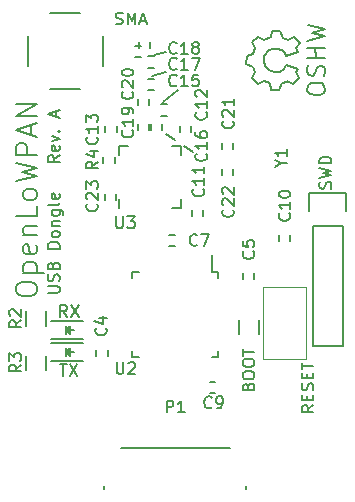
<source format=gto>
G04 #@! TF.GenerationSoftware,KiCad,Pcbnew,(2017-05-16 revision e79f97860)-master*
G04 #@! TF.CreationDate,2017-05-17T23:36:55+07:00*
G04 #@! TF.ProjectId,dongle,646F6E676C652E6B696361645F706362,rev?*
G04 #@! TF.FileFunction,Legend,Top*
G04 #@! TF.FilePolarity,Positive*
%FSLAX46Y46*%
G04 Gerber Fmt 4.6, Leading zero omitted, Abs format (unit mm)*
G04 Created by KiCad (PCBNEW (2017-05-16 revision e79f97860)-master) date Wed May 17 23:36:55 2017*
%MOMM*%
%LPD*%
G01*
G04 APERTURE LIST*
%ADD10C,0.100000*%
%ADD11C,0.150000*%
%ADD12C,0.200000*%
%ADD13C,0.120000*%
G04 APERTURE END LIST*
D10*
D11*
X88202380Y-88547619D02*
X87726190Y-88880952D01*
X88202380Y-89119047D02*
X87202380Y-89119047D01*
X87202380Y-88738095D01*
X87250000Y-88642857D01*
X87297619Y-88595238D01*
X87392857Y-88547619D01*
X87535714Y-88547619D01*
X87630952Y-88595238D01*
X87678571Y-88642857D01*
X87726190Y-88738095D01*
X87726190Y-89119047D01*
X88154761Y-87738095D02*
X88202380Y-87833333D01*
X88202380Y-88023809D01*
X88154761Y-88119047D01*
X88059523Y-88166666D01*
X87678571Y-88166666D01*
X87583333Y-88119047D01*
X87535714Y-88023809D01*
X87535714Y-87833333D01*
X87583333Y-87738095D01*
X87678571Y-87690476D01*
X87773809Y-87690476D01*
X87869047Y-88166666D01*
X87535714Y-87357142D02*
X88202380Y-87119047D01*
X87535714Y-86880952D01*
X88107142Y-86500000D02*
X88154761Y-86452380D01*
X88202380Y-86500000D01*
X88154761Y-86547619D01*
X88107142Y-86500000D01*
X88202380Y-86500000D01*
X87916666Y-85309523D02*
X87916666Y-84833333D01*
X88202380Y-85404761D02*
X87202380Y-85071428D01*
X88202380Y-84738095D01*
X87202380Y-100190476D02*
X88011904Y-100190476D01*
X88107142Y-100142857D01*
X88154761Y-100095238D01*
X88202380Y-100000000D01*
X88202380Y-99809523D01*
X88154761Y-99714285D01*
X88107142Y-99666666D01*
X88011904Y-99619047D01*
X87202380Y-99619047D01*
X88154761Y-99190476D02*
X88202380Y-99047619D01*
X88202380Y-98809523D01*
X88154761Y-98714285D01*
X88107142Y-98666666D01*
X88011904Y-98619047D01*
X87916666Y-98619047D01*
X87821428Y-98666666D01*
X87773809Y-98714285D01*
X87726190Y-98809523D01*
X87678571Y-99000000D01*
X87630952Y-99095238D01*
X87583333Y-99142857D01*
X87488095Y-99190476D01*
X87392857Y-99190476D01*
X87297619Y-99142857D01*
X87250000Y-99095238D01*
X87202380Y-99000000D01*
X87202380Y-98761904D01*
X87250000Y-98619047D01*
X87678571Y-97857142D02*
X87726190Y-97714285D01*
X87773809Y-97666666D01*
X87869047Y-97619047D01*
X88011904Y-97619047D01*
X88107142Y-97666666D01*
X88154761Y-97714285D01*
X88202380Y-97809523D01*
X88202380Y-98190476D01*
X87202380Y-98190476D01*
X87202380Y-97857142D01*
X87250000Y-97761904D01*
X87297619Y-97714285D01*
X87392857Y-97666666D01*
X87488095Y-97666666D01*
X87583333Y-97714285D01*
X87630952Y-97761904D01*
X87678571Y-97857142D01*
X87678571Y-98190476D01*
X88202380Y-96428571D02*
X87202380Y-96428571D01*
X87202380Y-96190476D01*
X87250000Y-96047619D01*
X87345238Y-95952380D01*
X87440476Y-95904761D01*
X87630952Y-95857142D01*
X87773809Y-95857142D01*
X87964285Y-95904761D01*
X88059523Y-95952380D01*
X88154761Y-96047619D01*
X88202380Y-96190476D01*
X88202380Y-96428571D01*
X88202380Y-95285714D02*
X88154761Y-95380952D01*
X88107142Y-95428571D01*
X88011904Y-95476190D01*
X87726190Y-95476190D01*
X87630952Y-95428571D01*
X87583333Y-95380952D01*
X87535714Y-95285714D01*
X87535714Y-95142857D01*
X87583333Y-95047619D01*
X87630952Y-95000000D01*
X87726190Y-94952380D01*
X88011904Y-94952380D01*
X88107142Y-95000000D01*
X88154761Y-95047619D01*
X88202380Y-95142857D01*
X88202380Y-95285714D01*
X87535714Y-94523809D02*
X88202380Y-94523809D01*
X87630952Y-94523809D02*
X87583333Y-94476190D01*
X87535714Y-94380952D01*
X87535714Y-94238095D01*
X87583333Y-94142857D01*
X87678571Y-94095238D01*
X88202380Y-94095238D01*
X87535714Y-93190476D02*
X88345238Y-93190476D01*
X88440476Y-93238095D01*
X88488095Y-93285714D01*
X88535714Y-93380952D01*
X88535714Y-93523809D01*
X88488095Y-93619047D01*
X88154761Y-93190476D02*
X88202380Y-93285714D01*
X88202380Y-93476190D01*
X88154761Y-93571428D01*
X88107142Y-93619047D01*
X88011904Y-93666666D01*
X87726190Y-93666666D01*
X87630952Y-93619047D01*
X87583333Y-93571428D01*
X87535714Y-93476190D01*
X87535714Y-93285714D01*
X87583333Y-93190476D01*
X88202380Y-92571428D02*
X88154761Y-92666666D01*
X88059523Y-92714285D01*
X87202380Y-92714285D01*
X88154761Y-91809523D02*
X88202380Y-91904761D01*
X88202380Y-92095238D01*
X88154761Y-92190476D01*
X88059523Y-92238095D01*
X87678571Y-92238095D01*
X87583333Y-92190476D01*
X87535714Y-92095238D01*
X87535714Y-91904761D01*
X87583333Y-91809523D01*
X87678571Y-91761904D01*
X87773809Y-91761904D01*
X87869047Y-92238095D01*
X84514285Y-100007142D02*
X84514285Y-99664285D01*
X84600000Y-99492857D01*
X84771428Y-99321428D01*
X85114285Y-99235714D01*
X85714285Y-99235714D01*
X86057142Y-99321428D01*
X86228571Y-99492857D01*
X86314285Y-99664285D01*
X86314285Y-100007142D01*
X86228571Y-100178571D01*
X86057142Y-100350000D01*
X85714285Y-100435714D01*
X85114285Y-100435714D01*
X84771428Y-100350000D01*
X84600000Y-100178571D01*
X84514285Y-100007142D01*
X85114285Y-98464285D02*
X86914285Y-98464285D01*
X85200000Y-98464285D02*
X85114285Y-98292857D01*
X85114285Y-97950000D01*
X85200000Y-97778571D01*
X85285714Y-97692857D01*
X85457142Y-97607142D01*
X85971428Y-97607142D01*
X86142857Y-97692857D01*
X86228571Y-97778571D01*
X86314285Y-97950000D01*
X86314285Y-98292857D01*
X86228571Y-98464285D01*
X86228571Y-96150000D02*
X86314285Y-96321428D01*
X86314285Y-96664285D01*
X86228571Y-96835714D01*
X86057142Y-96921428D01*
X85371428Y-96921428D01*
X85200000Y-96835714D01*
X85114285Y-96664285D01*
X85114285Y-96321428D01*
X85200000Y-96150000D01*
X85371428Y-96064285D01*
X85542857Y-96064285D01*
X85714285Y-96921428D01*
X85114285Y-95292857D02*
X86314285Y-95292857D01*
X85285714Y-95292857D02*
X85200000Y-95207142D01*
X85114285Y-95035714D01*
X85114285Y-94778571D01*
X85200000Y-94607142D01*
X85371428Y-94521428D01*
X86314285Y-94521428D01*
X86314285Y-92807142D02*
X86314285Y-93664285D01*
X84514285Y-93664285D01*
X86314285Y-91950000D02*
X86228571Y-92121428D01*
X86142857Y-92207142D01*
X85971428Y-92292857D01*
X85457142Y-92292857D01*
X85285714Y-92207142D01*
X85200000Y-92121428D01*
X85114285Y-91950000D01*
X85114285Y-91692857D01*
X85200000Y-91521428D01*
X85285714Y-91435714D01*
X85457142Y-91350000D01*
X85971428Y-91350000D01*
X86142857Y-91435714D01*
X86228571Y-91521428D01*
X86314285Y-91692857D01*
X86314285Y-91950000D01*
X84514285Y-90750000D02*
X86314285Y-90321428D01*
X85028571Y-89978571D01*
X86314285Y-89635714D01*
X84514285Y-89207142D01*
X86314285Y-88521428D02*
X84514285Y-88521428D01*
X84514285Y-87835714D01*
X84600000Y-87664285D01*
X84685714Y-87578571D01*
X84857142Y-87492857D01*
X85114285Y-87492857D01*
X85285714Y-87578571D01*
X85371428Y-87664285D01*
X85457142Y-87835714D01*
X85457142Y-88521428D01*
X85800000Y-86807142D02*
X85800000Y-85950000D01*
X86314285Y-86978571D02*
X84514285Y-86378571D01*
X86314285Y-85778571D01*
X86314285Y-85178571D02*
X84514285Y-85178571D01*
X86314285Y-84150000D01*
X84514285Y-84150000D01*
D12*
X96200000Y-80000000D02*
X97250000Y-79750000D01*
X96000000Y-81800000D02*
X97250000Y-81500000D01*
X98250000Y-83000000D02*
X97000000Y-84000000D01*
X97250000Y-86750000D02*
X98000000Y-87250000D01*
X99500000Y-88250000D02*
X98750000Y-87750000D01*
D11*
X92000000Y-116800000D02*
X92000000Y-116550000D01*
X104000000Y-116800000D02*
X104000000Y-116550000D01*
X93400000Y-113300000D02*
X102600000Y-113300000D01*
X101625000Y-98375000D02*
X101100000Y-98375000D01*
X101625000Y-105625000D02*
X101100000Y-105625000D01*
X94375000Y-105625000D02*
X94900000Y-105625000D01*
X94375000Y-98375000D02*
X94900000Y-98375000D01*
X101625000Y-98375000D02*
X101625000Y-98900000D01*
X94375000Y-98375000D02*
X94375000Y-98900000D01*
X94375000Y-105625000D02*
X94375000Y-105100000D01*
X101625000Y-105625000D02*
X101625000Y-105100000D01*
X101100000Y-98375000D02*
X101100000Y-97000000D01*
X105125000Y-102500000D02*
X105125000Y-103700000D01*
X103375000Y-103700000D02*
X103375000Y-102500000D01*
X97950000Y-95275000D02*
X97450000Y-95275000D01*
X97450000Y-96225000D02*
X97950000Y-96225000D01*
X91325000Y-105000000D02*
X91325000Y-105500000D01*
X92275000Y-105500000D02*
X92275000Y-105000000D01*
X104675000Y-99000000D02*
X104675000Y-98500000D01*
X103725000Y-98500000D02*
X103725000Y-99000000D01*
X100900000Y-108675000D02*
X101400000Y-108675000D01*
X101400000Y-107725000D02*
X100900000Y-107725000D01*
X106775000Y-95250000D02*
X106775000Y-95750000D01*
X107725000Y-95750000D02*
X107725000Y-95250000D01*
X100325000Y-93650000D02*
X100325000Y-93150000D01*
X99375000Y-93150000D02*
X99375000Y-93650000D01*
X98362184Y-86095420D02*
X98362184Y-86595420D01*
X99312184Y-86595420D02*
X99312184Y-86095420D01*
X92089654Y-86095367D02*
X92089654Y-86595367D01*
X93039654Y-86595367D02*
X93039654Y-86095367D01*
X97260000Y-84225000D02*
X96760000Y-84225000D01*
X96760000Y-85175000D02*
X97260000Y-85175000D01*
X96875000Y-86390000D02*
X96875000Y-85890000D01*
X95925000Y-85890000D02*
X95925000Y-86390000D01*
X96191547Y-82061600D02*
X95691547Y-82061600D01*
X95691547Y-83011600D02*
X96191547Y-83011600D01*
X96165967Y-80156600D02*
X95665967Y-80156600D01*
X95665967Y-81106600D02*
X96165967Y-81106600D01*
X95805000Y-86390000D02*
X95805000Y-85890000D01*
X94855000Y-85890000D02*
X94855000Y-86390000D01*
X95805000Y-84260000D02*
X95805000Y-83760000D01*
X94855000Y-83760000D02*
X94855000Y-84260000D01*
X102912060Y-87993747D02*
X102912060Y-87493747D01*
X101962060Y-87493747D02*
X101962060Y-87993747D01*
X101962060Y-89703727D02*
X101962060Y-90203727D01*
X102912060Y-90203727D02*
X102912060Y-89703727D01*
X93006060Y-92311927D02*
X93006060Y-91811927D01*
X92056060Y-91811927D02*
X92056060Y-92311927D01*
X87500000Y-104050000D02*
X90200000Y-104050000D01*
X87500000Y-102550000D02*
X90200000Y-102550000D01*
X89000000Y-103450000D02*
X89000000Y-103200000D01*
X89000000Y-103200000D02*
X88850000Y-103350000D01*
X88750000Y-102950000D02*
X88750000Y-103650000D01*
X89100000Y-103300000D02*
X89450000Y-103300000D01*
X88750000Y-103300000D02*
X89100000Y-102950000D01*
X89100000Y-102950000D02*
X89100000Y-103650000D01*
X89100000Y-103650000D02*
X88750000Y-103300000D01*
X87500000Y-105950000D02*
X90200000Y-105950000D01*
X87500000Y-104450000D02*
X90200000Y-104450000D01*
X89000000Y-105350000D02*
X89000000Y-105100000D01*
X89000000Y-105100000D02*
X88850000Y-105250000D01*
X88750000Y-104850000D02*
X88750000Y-105550000D01*
X89100000Y-105200000D02*
X89450000Y-105200000D01*
X88750000Y-105200000D02*
X89100000Y-104850000D01*
X89100000Y-104850000D02*
X89100000Y-105550000D01*
X89100000Y-105550000D02*
X88750000Y-105200000D01*
X109350000Y-93270000D02*
X109350000Y-91720000D01*
X109350000Y-91720000D02*
X112450000Y-91720000D01*
X112450000Y-91720000D02*
X112450000Y-93270000D01*
X112170000Y-94540000D02*
X112170000Y-104700000D01*
X112170000Y-104700000D02*
X109630000Y-104700000D01*
X109630000Y-104700000D02*
X109630000Y-94540000D01*
X112170000Y-94540000D02*
X109630000Y-94540000D01*
X87430000Y-76510000D02*
X89970000Y-76510000D01*
X91900000Y-78440000D02*
X91900000Y-80980000D01*
X89970000Y-82910000D02*
X87430000Y-82910000D01*
X85500000Y-80980000D02*
X85500000Y-78440000D01*
X87075000Y-101750000D02*
X87075000Y-102950000D01*
X85325000Y-102950000D02*
X85325000Y-101750000D01*
X85325000Y-106700000D02*
X85325000Y-105500000D01*
X87075000Y-105500000D02*
X87075000Y-106700000D01*
X91875000Y-88650000D02*
X91875000Y-89150000D01*
X92925000Y-89150000D02*
X92925000Y-88650000D01*
X93245000Y-87765000D02*
X93995000Y-87765000D01*
X98495000Y-93015000D02*
X97745000Y-93015000D01*
X98495000Y-87765000D02*
X97745000Y-87765000D01*
X93245000Y-93015000D02*
X93245000Y-92265000D01*
X98495000Y-93015000D02*
X98495000Y-92265000D01*
X98495000Y-87765000D02*
X98495000Y-88515000D01*
X93245000Y-87765000D02*
X93245000Y-88515000D01*
X95110000Y-79255000D02*
X94610000Y-79255000D01*
X94610000Y-80205000D02*
X95110000Y-80205000D01*
X94895000Y-78930000D02*
X94895000Y-79430000D01*
X95845000Y-79430000D02*
X95845000Y-78930000D01*
X109189860Y-78831220D02*
X110660520Y-78470540D01*
X110660520Y-78470540D02*
X109598800Y-78191140D01*
X109598800Y-78191140D02*
X110670680Y-77881260D01*
X110670680Y-77881260D02*
X109220340Y-77540900D01*
X109880740Y-80251080D02*
X109870580Y-79461140D01*
X109870580Y-79461140D02*
X109880740Y-79450980D01*
X109880740Y-79450980D02*
X109870580Y-79450980D01*
X109159380Y-79410340D02*
X110701160Y-79410340D01*
X109149220Y-80299340D02*
X110718940Y-80299340D01*
X110718940Y-80299340D02*
X110708780Y-80289180D01*
X109250820Y-80850520D02*
X109169540Y-81201040D01*
X109169540Y-81201040D02*
X109159380Y-81521080D01*
X109159380Y-81521080D02*
X109360040Y-81759840D01*
X109360040Y-81759840D02*
X109629280Y-81790320D01*
X109629280Y-81790320D02*
X109870580Y-81549020D01*
X109870580Y-81549020D02*
X110000120Y-81160400D01*
X110000120Y-81160400D02*
X110160140Y-80980060D01*
X110160140Y-80980060D02*
X110459860Y-80939420D01*
X110459860Y-80939420D02*
X110680840Y-81170560D01*
X110680840Y-81170560D02*
X110708780Y-81490600D01*
X110708780Y-81490600D02*
X110599560Y-81841120D01*
X109149220Y-82879980D02*
X109169540Y-83128900D01*
X109169540Y-83128900D02*
X109410840Y-83370200D01*
X109410840Y-83370200D02*
X109901060Y-83459100D01*
X109901060Y-83459100D02*
X110249040Y-83431160D01*
X110249040Y-83431160D02*
X110569080Y-83230500D01*
X110569080Y-83230500D02*
X110691000Y-82979040D01*
X110691000Y-82979040D02*
X110619880Y-82669160D01*
X110619880Y-82669160D02*
X110439540Y-82450720D01*
X110439540Y-82450720D02*
X109979800Y-82379600D01*
X109979800Y-82379600D02*
X109570860Y-82430400D01*
X109570860Y-82430400D02*
X109288920Y-82539620D01*
X109288920Y-82539620D02*
X109159380Y-82900300D01*
X107429640Y-82280540D02*
X107990980Y-82539620D01*
X107990980Y-82539620D02*
X108509140Y-82001140D01*
X108509140Y-82001140D02*
X108239900Y-81480440D01*
X108239900Y-81480440D02*
X108399920Y-81201040D01*
X108379600Y-79760860D02*
X108189100Y-79430660D01*
X108189100Y-79430660D02*
X108519300Y-78991240D01*
X108519300Y-78991240D02*
X108029080Y-78518800D01*
X108029080Y-78518800D02*
X107549020Y-78800740D01*
X107549020Y-78800740D02*
X107079120Y-78610240D01*
X107079120Y-78610240D02*
X106891160Y-78000640D01*
X106891160Y-78000640D02*
X106210440Y-78000640D01*
X106210440Y-78000640D02*
X106070740Y-78559440D01*
X106070740Y-78559440D02*
X105499240Y-78760100D01*
X105499240Y-78760100D02*
X105029340Y-78490860D01*
X105029340Y-78490860D02*
X104518800Y-78960760D01*
X104518800Y-78960760D02*
X104780420Y-79478920D01*
X104780420Y-79478920D02*
X104579760Y-79948820D01*
X104579760Y-79948820D02*
X104038740Y-80119000D01*
X104038740Y-80119000D02*
X104020960Y-80809880D01*
X104020960Y-80809880D02*
X104569600Y-81020700D01*
X104569600Y-81020700D02*
X104739780Y-81439800D01*
X104739780Y-81439800D02*
X104470540Y-81990980D01*
X104470540Y-81990980D02*
X104998860Y-82509140D01*
X104998860Y-82509140D02*
X105539880Y-82260220D01*
X105539880Y-82260220D02*
X106019940Y-82430400D01*
X106019940Y-82430400D02*
X106119000Y-82979040D01*
X106119000Y-82979040D02*
X106820040Y-82989200D01*
X106820040Y-82989200D02*
X107020700Y-82430400D01*
X107020700Y-82430400D02*
X107419480Y-82290700D01*
X107399160Y-80149480D02*
X107249300Y-79849760D01*
X107249300Y-79849760D02*
X107051180Y-79649100D01*
X107051180Y-79649100D02*
X106649860Y-79499240D01*
X106649860Y-79499240D02*
X106251080Y-79499240D01*
X106251080Y-79499240D02*
X105900560Y-79649100D01*
X105900560Y-79649100D02*
X105550040Y-80101220D01*
X105550040Y-80101220D02*
X105499240Y-80550800D01*
X105499240Y-80550800D02*
X105600840Y-80949580D01*
X105600840Y-80949580D02*
X105948820Y-81350900D01*
X105948820Y-81350900D02*
X106400940Y-81500760D01*
X106400940Y-81500760D02*
X106898780Y-81449960D01*
X106898780Y-81449960D02*
X107201040Y-81201040D01*
X107201040Y-81201040D02*
X107399160Y-80850520D01*
X107399160Y-80850520D02*
X108399920Y-81201040D01*
X107399160Y-80149480D02*
X108399920Y-79750700D01*
D13*
X109060000Y-105810000D02*
X105440000Y-105810000D01*
X109060000Y-99690000D02*
X109060000Y-105810000D01*
X105440000Y-99690000D02*
X109060000Y-99690000D01*
X105440000Y-105810000D02*
X105440000Y-99690000D01*
D11*
X97261904Y-110307380D02*
X97261904Y-109307380D01*
X97642857Y-109307380D01*
X97738095Y-109355000D01*
X97785714Y-109402619D01*
X97833333Y-109497857D01*
X97833333Y-109640714D01*
X97785714Y-109735952D01*
X97738095Y-109783571D01*
X97642857Y-109831190D01*
X97261904Y-109831190D01*
X98785714Y-110307380D02*
X98214285Y-110307380D01*
X98500000Y-110307380D02*
X98500000Y-109307380D01*
X98404761Y-109450238D01*
X98309523Y-109545476D01*
X98214285Y-109593095D01*
X93038095Y-106052380D02*
X93038095Y-106861904D01*
X93085714Y-106957142D01*
X93133333Y-107004761D01*
X93228571Y-107052380D01*
X93419047Y-107052380D01*
X93514285Y-107004761D01*
X93561904Y-106957142D01*
X93609523Y-106861904D01*
X93609523Y-106052380D01*
X94038095Y-106147619D02*
X94085714Y-106100000D01*
X94180952Y-106052380D01*
X94419047Y-106052380D01*
X94514285Y-106100000D01*
X94561904Y-106147619D01*
X94609523Y-106242857D01*
X94609523Y-106338095D01*
X94561904Y-106480952D01*
X93990476Y-107052380D01*
X94609523Y-107052380D01*
X104178571Y-108107142D02*
X104226190Y-107964285D01*
X104273809Y-107916666D01*
X104369047Y-107869047D01*
X104511904Y-107869047D01*
X104607142Y-107916666D01*
X104654761Y-107964285D01*
X104702380Y-108059523D01*
X104702380Y-108440476D01*
X103702380Y-108440476D01*
X103702380Y-108107142D01*
X103750000Y-108011904D01*
X103797619Y-107964285D01*
X103892857Y-107916666D01*
X103988095Y-107916666D01*
X104083333Y-107964285D01*
X104130952Y-108011904D01*
X104178571Y-108107142D01*
X104178571Y-108440476D01*
X103702380Y-107250000D02*
X103702380Y-107059523D01*
X103750000Y-106964285D01*
X103845238Y-106869047D01*
X104035714Y-106821428D01*
X104369047Y-106821428D01*
X104559523Y-106869047D01*
X104654761Y-106964285D01*
X104702380Y-107059523D01*
X104702380Y-107250000D01*
X104654761Y-107345238D01*
X104559523Y-107440476D01*
X104369047Y-107488095D01*
X104035714Y-107488095D01*
X103845238Y-107440476D01*
X103750000Y-107345238D01*
X103702380Y-107250000D01*
X103702380Y-106202380D02*
X103702380Y-106011904D01*
X103750000Y-105916666D01*
X103845238Y-105821428D01*
X104035714Y-105773809D01*
X104369047Y-105773809D01*
X104559523Y-105821428D01*
X104654761Y-105916666D01*
X104702380Y-106011904D01*
X104702380Y-106202380D01*
X104654761Y-106297619D01*
X104559523Y-106392857D01*
X104369047Y-106440476D01*
X104035714Y-106440476D01*
X103845238Y-106392857D01*
X103750000Y-106297619D01*
X103702380Y-106202380D01*
X103702380Y-105488095D02*
X103702380Y-104916666D01*
X104702380Y-105202380D02*
X103702380Y-105202380D01*
X99833333Y-96107142D02*
X99785714Y-96154761D01*
X99642857Y-96202380D01*
X99547619Y-96202380D01*
X99404761Y-96154761D01*
X99309523Y-96059523D01*
X99261904Y-95964285D01*
X99214285Y-95773809D01*
X99214285Y-95630952D01*
X99261904Y-95440476D01*
X99309523Y-95345238D01*
X99404761Y-95250000D01*
X99547619Y-95202380D01*
X99642857Y-95202380D01*
X99785714Y-95250000D01*
X99833333Y-95297619D01*
X100166666Y-95202380D02*
X100833333Y-95202380D01*
X100404761Y-96202380D01*
X92107142Y-103166666D02*
X92154761Y-103214285D01*
X92202380Y-103357142D01*
X92202380Y-103452380D01*
X92154761Y-103595238D01*
X92059523Y-103690476D01*
X91964285Y-103738095D01*
X91773809Y-103785714D01*
X91630952Y-103785714D01*
X91440476Y-103738095D01*
X91345238Y-103690476D01*
X91250000Y-103595238D01*
X91202380Y-103452380D01*
X91202380Y-103357142D01*
X91250000Y-103214285D01*
X91297619Y-103166666D01*
X91535714Y-102309523D02*
X92202380Y-102309523D01*
X91154761Y-102547619D02*
X91869047Y-102785714D01*
X91869047Y-102166666D01*
X104607142Y-96666666D02*
X104654761Y-96714285D01*
X104702380Y-96857142D01*
X104702380Y-96952380D01*
X104654761Y-97095238D01*
X104559523Y-97190476D01*
X104464285Y-97238095D01*
X104273809Y-97285714D01*
X104130952Y-97285714D01*
X103940476Y-97238095D01*
X103845238Y-97190476D01*
X103750000Y-97095238D01*
X103702380Y-96952380D01*
X103702380Y-96857142D01*
X103750000Y-96714285D01*
X103797619Y-96666666D01*
X103702380Y-95761904D02*
X103702380Y-96238095D01*
X104178571Y-96285714D01*
X104130952Y-96238095D01*
X104083333Y-96142857D01*
X104083333Y-95904761D01*
X104130952Y-95809523D01*
X104178571Y-95761904D01*
X104273809Y-95714285D01*
X104511904Y-95714285D01*
X104607142Y-95761904D01*
X104654761Y-95809523D01*
X104702380Y-95904761D01*
X104702380Y-96142857D01*
X104654761Y-96238095D01*
X104607142Y-96285714D01*
X101083333Y-109857142D02*
X101035714Y-109904761D01*
X100892857Y-109952380D01*
X100797619Y-109952380D01*
X100654761Y-109904761D01*
X100559523Y-109809523D01*
X100511904Y-109714285D01*
X100464285Y-109523809D01*
X100464285Y-109380952D01*
X100511904Y-109190476D01*
X100559523Y-109095238D01*
X100654761Y-109000000D01*
X100797619Y-108952380D01*
X100892857Y-108952380D01*
X101035714Y-109000000D01*
X101083333Y-109047619D01*
X101559523Y-109952380D02*
X101750000Y-109952380D01*
X101845238Y-109904761D01*
X101892857Y-109857142D01*
X101988095Y-109714285D01*
X102035714Y-109523809D01*
X102035714Y-109142857D01*
X101988095Y-109047619D01*
X101940476Y-109000000D01*
X101845238Y-108952380D01*
X101654761Y-108952380D01*
X101559523Y-109000000D01*
X101511904Y-109047619D01*
X101464285Y-109142857D01*
X101464285Y-109380952D01*
X101511904Y-109476190D01*
X101559523Y-109523809D01*
X101654761Y-109571428D01*
X101845238Y-109571428D01*
X101940476Y-109523809D01*
X101988095Y-109476190D01*
X102035714Y-109380952D01*
X107657142Y-93442857D02*
X107704761Y-93490476D01*
X107752380Y-93633333D01*
X107752380Y-93728571D01*
X107704761Y-93871428D01*
X107609523Y-93966666D01*
X107514285Y-94014285D01*
X107323809Y-94061904D01*
X107180952Y-94061904D01*
X106990476Y-94014285D01*
X106895238Y-93966666D01*
X106800000Y-93871428D01*
X106752380Y-93728571D01*
X106752380Y-93633333D01*
X106800000Y-93490476D01*
X106847619Y-93442857D01*
X107752380Y-92490476D02*
X107752380Y-93061904D01*
X107752380Y-92776190D02*
X106752380Y-92776190D01*
X106895238Y-92871428D01*
X106990476Y-92966666D01*
X107038095Y-93061904D01*
X106752380Y-91871428D02*
X106752380Y-91776190D01*
X106800000Y-91680952D01*
X106847619Y-91633333D01*
X106942857Y-91585714D01*
X107133333Y-91538095D01*
X107371428Y-91538095D01*
X107561904Y-91585714D01*
X107657142Y-91633333D01*
X107704761Y-91680952D01*
X107752380Y-91776190D01*
X107752380Y-91871428D01*
X107704761Y-91966666D01*
X107657142Y-92014285D01*
X107561904Y-92061904D01*
X107371428Y-92109523D01*
X107133333Y-92109523D01*
X106942857Y-92061904D01*
X106847619Y-92014285D01*
X106800000Y-91966666D01*
X106752380Y-91871428D01*
X100357142Y-91392857D02*
X100404761Y-91440476D01*
X100452380Y-91583333D01*
X100452380Y-91678571D01*
X100404761Y-91821428D01*
X100309523Y-91916666D01*
X100214285Y-91964285D01*
X100023809Y-92011904D01*
X99880952Y-92011904D01*
X99690476Y-91964285D01*
X99595238Y-91916666D01*
X99500000Y-91821428D01*
X99452380Y-91678571D01*
X99452380Y-91583333D01*
X99500000Y-91440476D01*
X99547619Y-91392857D01*
X100452380Y-90440476D02*
X100452380Y-91011904D01*
X100452380Y-90726190D02*
X99452380Y-90726190D01*
X99595238Y-90821428D01*
X99690476Y-90916666D01*
X99738095Y-91011904D01*
X100452380Y-89488095D02*
X100452380Y-90059523D01*
X100452380Y-89773809D02*
X99452380Y-89773809D01*
X99595238Y-89869047D01*
X99690476Y-89964285D01*
X99738095Y-90059523D01*
X100607142Y-84892857D02*
X100654761Y-84940476D01*
X100702380Y-85083333D01*
X100702380Y-85178571D01*
X100654761Y-85321428D01*
X100559523Y-85416666D01*
X100464285Y-85464285D01*
X100273809Y-85511904D01*
X100130952Y-85511904D01*
X99940476Y-85464285D01*
X99845238Y-85416666D01*
X99750000Y-85321428D01*
X99702380Y-85178571D01*
X99702380Y-85083333D01*
X99750000Y-84940476D01*
X99797619Y-84892857D01*
X100702380Y-83940476D02*
X100702380Y-84511904D01*
X100702380Y-84226190D02*
X99702380Y-84226190D01*
X99845238Y-84321428D01*
X99940476Y-84416666D01*
X99988095Y-84511904D01*
X99797619Y-83559523D02*
X99750000Y-83511904D01*
X99702380Y-83416666D01*
X99702380Y-83178571D01*
X99750000Y-83083333D01*
X99797619Y-83035714D01*
X99892857Y-82988095D01*
X99988095Y-82988095D01*
X100130952Y-83035714D01*
X100702380Y-83607142D01*
X100702380Y-82988095D01*
X91357142Y-86988224D02*
X91404761Y-87035843D01*
X91452380Y-87178700D01*
X91452380Y-87273938D01*
X91404761Y-87416795D01*
X91309523Y-87512033D01*
X91214285Y-87559652D01*
X91023809Y-87607271D01*
X90880952Y-87607271D01*
X90690476Y-87559652D01*
X90595238Y-87512033D01*
X90500000Y-87416795D01*
X90452380Y-87273938D01*
X90452380Y-87178700D01*
X90500000Y-87035843D01*
X90547619Y-86988224D01*
X91452380Y-86035843D02*
X91452380Y-86607271D01*
X91452380Y-86321557D02*
X90452380Y-86321557D01*
X90595238Y-86416795D01*
X90690476Y-86512033D01*
X90738095Y-86607271D01*
X90452380Y-85702509D02*
X90452380Y-85083462D01*
X90833333Y-85416795D01*
X90833333Y-85273938D01*
X90880952Y-85178700D01*
X90928571Y-85131081D01*
X91023809Y-85083462D01*
X91261904Y-85083462D01*
X91357142Y-85131081D01*
X91404761Y-85178700D01*
X91452380Y-85273938D01*
X91452380Y-85559652D01*
X91404761Y-85654890D01*
X91357142Y-85702509D01*
X98107142Y-82607142D02*
X98059523Y-82654761D01*
X97916666Y-82702380D01*
X97821428Y-82702380D01*
X97678571Y-82654761D01*
X97583333Y-82559523D01*
X97535714Y-82464285D01*
X97488095Y-82273809D01*
X97488095Y-82130952D01*
X97535714Y-81940476D01*
X97583333Y-81845238D01*
X97678571Y-81750000D01*
X97821428Y-81702380D01*
X97916666Y-81702380D01*
X98059523Y-81750000D01*
X98107142Y-81797619D01*
X99059523Y-82702380D02*
X98488095Y-82702380D01*
X98773809Y-82702380D02*
X98773809Y-81702380D01*
X98678571Y-81845238D01*
X98583333Y-81940476D01*
X98488095Y-81988095D01*
X99964285Y-81702380D02*
X99488095Y-81702380D01*
X99440476Y-82178571D01*
X99488095Y-82130952D01*
X99583333Y-82083333D01*
X99821428Y-82083333D01*
X99916666Y-82130952D01*
X99964285Y-82178571D01*
X100011904Y-82273809D01*
X100011904Y-82511904D01*
X99964285Y-82607142D01*
X99916666Y-82654761D01*
X99821428Y-82702380D01*
X99583333Y-82702380D01*
X99488095Y-82654761D01*
X99440476Y-82607142D01*
X100607142Y-88392857D02*
X100654761Y-88440476D01*
X100702380Y-88583333D01*
X100702380Y-88678571D01*
X100654761Y-88821428D01*
X100559523Y-88916666D01*
X100464285Y-88964285D01*
X100273809Y-89011904D01*
X100130952Y-89011904D01*
X99940476Y-88964285D01*
X99845238Y-88916666D01*
X99750000Y-88821428D01*
X99702380Y-88678571D01*
X99702380Y-88583333D01*
X99750000Y-88440476D01*
X99797619Y-88392857D01*
X100702380Y-87440476D02*
X100702380Y-88011904D01*
X100702380Y-87726190D02*
X99702380Y-87726190D01*
X99845238Y-87821428D01*
X99940476Y-87916666D01*
X99988095Y-88011904D01*
X99702380Y-86583333D02*
X99702380Y-86773809D01*
X99750000Y-86869047D01*
X99797619Y-86916666D01*
X99940476Y-87011904D01*
X100130952Y-87059523D01*
X100511904Y-87059523D01*
X100607142Y-87011904D01*
X100654761Y-86964285D01*
X100702380Y-86869047D01*
X100702380Y-86678571D01*
X100654761Y-86583333D01*
X100607142Y-86535714D01*
X100511904Y-86488095D01*
X100273809Y-86488095D01*
X100178571Y-86535714D01*
X100130952Y-86583333D01*
X100083333Y-86678571D01*
X100083333Y-86869047D01*
X100130952Y-86964285D01*
X100178571Y-87011904D01*
X100273809Y-87059523D01*
X98107142Y-81193742D02*
X98059523Y-81241361D01*
X97916666Y-81288980D01*
X97821428Y-81288980D01*
X97678571Y-81241361D01*
X97583333Y-81146123D01*
X97535714Y-81050885D01*
X97488095Y-80860409D01*
X97488095Y-80717552D01*
X97535714Y-80527076D01*
X97583333Y-80431838D01*
X97678571Y-80336600D01*
X97821428Y-80288980D01*
X97916666Y-80288980D01*
X98059523Y-80336600D01*
X98107142Y-80384219D01*
X99059523Y-81288980D02*
X98488095Y-81288980D01*
X98773809Y-81288980D02*
X98773809Y-80288980D01*
X98678571Y-80431838D01*
X98583333Y-80527076D01*
X98488095Y-80574695D01*
X99392857Y-80288980D02*
X100059523Y-80288980D01*
X99630952Y-81288980D01*
X98107142Y-79857142D02*
X98059523Y-79904761D01*
X97916666Y-79952380D01*
X97821428Y-79952380D01*
X97678571Y-79904761D01*
X97583333Y-79809523D01*
X97535714Y-79714285D01*
X97488095Y-79523809D01*
X97488095Y-79380952D01*
X97535714Y-79190476D01*
X97583333Y-79095238D01*
X97678571Y-79000000D01*
X97821428Y-78952380D01*
X97916666Y-78952380D01*
X98059523Y-79000000D01*
X98107142Y-79047619D01*
X99059523Y-79952380D02*
X98488095Y-79952380D01*
X98773809Y-79952380D02*
X98773809Y-78952380D01*
X98678571Y-79095238D01*
X98583333Y-79190476D01*
X98488095Y-79238095D01*
X99630952Y-79380952D02*
X99535714Y-79333333D01*
X99488095Y-79285714D01*
X99440476Y-79190476D01*
X99440476Y-79142857D01*
X99488095Y-79047619D01*
X99535714Y-79000000D01*
X99630952Y-78952380D01*
X99821428Y-78952380D01*
X99916666Y-79000000D01*
X99964285Y-79047619D01*
X100011904Y-79142857D01*
X100011904Y-79190476D01*
X99964285Y-79285714D01*
X99916666Y-79333333D01*
X99821428Y-79380952D01*
X99630952Y-79380952D01*
X99535714Y-79428571D01*
X99488095Y-79476190D01*
X99440476Y-79571428D01*
X99440476Y-79761904D01*
X99488095Y-79857142D01*
X99535714Y-79904761D01*
X99630952Y-79952380D01*
X99821428Y-79952380D01*
X99916666Y-79904761D01*
X99964285Y-79857142D01*
X100011904Y-79761904D01*
X100011904Y-79571428D01*
X99964285Y-79476190D01*
X99916666Y-79428571D01*
X99821428Y-79380952D01*
X94357142Y-86392857D02*
X94404761Y-86440476D01*
X94452380Y-86583333D01*
X94452380Y-86678571D01*
X94404761Y-86821428D01*
X94309523Y-86916666D01*
X94214285Y-86964285D01*
X94023809Y-87011904D01*
X93880952Y-87011904D01*
X93690476Y-86964285D01*
X93595238Y-86916666D01*
X93500000Y-86821428D01*
X93452380Y-86678571D01*
X93452380Y-86583333D01*
X93500000Y-86440476D01*
X93547619Y-86392857D01*
X94452380Y-85440476D02*
X94452380Y-86011904D01*
X94452380Y-85726190D02*
X93452380Y-85726190D01*
X93595238Y-85821428D01*
X93690476Y-85916666D01*
X93738095Y-86011904D01*
X94452380Y-84964285D02*
X94452380Y-84773809D01*
X94404761Y-84678571D01*
X94357142Y-84630952D01*
X94214285Y-84535714D01*
X94023809Y-84488095D01*
X93642857Y-84488095D01*
X93547619Y-84535714D01*
X93500000Y-84583333D01*
X93452380Y-84678571D01*
X93452380Y-84869047D01*
X93500000Y-84964285D01*
X93547619Y-85011904D01*
X93642857Y-85059523D01*
X93880952Y-85059523D01*
X93976190Y-85011904D01*
X94023809Y-84964285D01*
X94071428Y-84869047D01*
X94071428Y-84678571D01*
X94023809Y-84583333D01*
X93976190Y-84535714D01*
X93880952Y-84488095D01*
X94357142Y-83142857D02*
X94404761Y-83190476D01*
X94452380Y-83333333D01*
X94452380Y-83428571D01*
X94404761Y-83571428D01*
X94309523Y-83666666D01*
X94214285Y-83714285D01*
X94023809Y-83761904D01*
X93880952Y-83761904D01*
X93690476Y-83714285D01*
X93595238Y-83666666D01*
X93500000Y-83571428D01*
X93452380Y-83428571D01*
X93452380Y-83333333D01*
X93500000Y-83190476D01*
X93547619Y-83142857D01*
X93547619Y-82761904D02*
X93500000Y-82714285D01*
X93452380Y-82619047D01*
X93452380Y-82380952D01*
X93500000Y-82285714D01*
X93547619Y-82238095D01*
X93642857Y-82190476D01*
X93738095Y-82190476D01*
X93880952Y-82238095D01*
X94452380Y-82809523D01*
X94452380Y-82190476D01*
X93452380Y-81571428D02*
X93452380Y-81476190D01*
X93500000Y-81380952D01*
X93547619Y-81333333D01*
X93642857Y-81285714D01*
X93833333Y-81238095D01*
X94071428Y-81238095D01*
X94261904Y-81285714D01*
X94357142Y-81333333D01*
X94404761Y-81380952D01*
X94452380Y-81476190D01*
X94452380Y-81571428D01*
X94404761Y-81666666D01*
X94357142Y-81714285D01*
X94261904Y-81761904D01*
X94071428Y-81809523D01*
X93833333Y-81809523D01*
X93642857Y-81761904D01*
X93547619Y-81714285D01*
X93500000Y-81666666D01*
X93452380Y-81571428D01*
X102857142Y-85642857D02*
X102904761Y-85690476D01*
X102952380Y-85833333D01*
X102952380Y-85928571D01*
X102904761Y-86071428D01*
X102809523Y-86166666D01*
X102714285Y-86214285D01*
X102523809Y-86261904D01*
X102380952Y-86261904D01*
X102190476Y-86214285D01*
X102095238Y-86166666D01*
X102000000Y-86071428D01*
X101952380Y-85928571D01*
X101952380Y-85833333D01*
X102000000Y-85690476D01*
X102047619Y-85642857D01*
X102047619Y-85261904D02*
X102000000Y-85214285D01*
X101952380Y-85119047D01*
X101952380Y-84880952D01*
X102000000Y-84785714D01*
X102047619Y-84738095D01*
X102142857Y-84690476D01*
X102238095Y-84690476D01*
X102380952Y-84738095D01*
X102952380Y-85309523D01*
X102952380Y-84690476D01*
X102952380Y-83738095D02*
X102952380Y-84309523D01*
X102952380Y-84023809D02*
X101952380Y-84023809D01*
X102095238Y-84119047D01*
X102190476Y-84214285D01*
X102238095Y-84309523D01*
X102857142Y-93142857D02*
X102904761Y-93190476D01*
X102952380Y-93333333D01*
X102952380Y-93428571D01*
X102904761Y-93571428D01*
X102809523Y-93666666D01*
X102714285Y-93714285D01*
X102523809Y-93761904D01*
X102380952Y-93761904D01*
X102190476Y-93714285D01*
X102095238Y-93666666D01*
X102000000Y-93571428D01*
X101952380Y-93428571D01*
X101952380Y-93333333D01*
X102000000Y-93190476D01*
X102047619Y-93142857D01*
X102047619Y-92761904D02*
X102000000Y-92714285D01*
X101952380Y-92619047D01*
X101952380Y-92380952D01*
X102000000Y-92285714D01*
X102047619Y-92238095D01*
X102142857Y-92190476D01*
X102238095Y-92190476D01*
X102380952Y-92238095D01*
X102952380Y-92809523D01*
X102952380Y-92190476D01*
X102047619Y-91809523D02*
X102000000Y-91761904D01*
X101952380Y-91666666D01*
X101952380Y-91428571D01*
X102000000Y-91333333D01*
X102047619Y-91285714D01*
X102142857Y-91238095D01*
X102238095Y-91238095D01*
X102380952Y-91285714D01*
X102952380Y-91857142D01*
X102952380Y-91238095D01*
X91357142Y-92642857D02*
X91404761Y-92690476D01*
X91452380Y-92833333D01*
X91452380Y-92928571D01*
X91404761Y-93071428D01*
X91309523Y-93166666D01*
X91214285Y-93214285D01*
X91023809Y-93261904D01*
X90880952Y-93261904D01*
X90690476Y-93214285D01*
X90595238Y-93166666D01*
X90500000Y-93071428D01*
X90452380Y-92928571D01*
X90452380Y-92833333D01*
X90500000Y-92690476D01*
X90547619Y-92642857D01*
X90547619Y-92261904D02*
X90500000Y-92214285D01*
X90452380Y-92119047D01*
X90452380Y-91880952D01*
X90500000Y-91785714D01*
X90547619Y-91738095D01*
X90642857Y-91690476D01*
X90738095Y-91690476D01*
X90880952Y-91738095D01*
X91452380Y-92309523D01*
X91452380Y-91690476D01*
X90452380Y-91357142D02*
X90452380Y-90738095D01*
X90833333Y-91071428D01*
X90833333Y-90928571D01*
X90880952Y-90833333D01*
X90928571Y-90785714D01*
X91023809Y-90738095D01*
X91261904Y-90738095D01*
X91357142Y-90785714D01*
X91404761Y-90833333D01*
X91452380Y-90928571D01*
X91452380Y-91214285D01*
X91404761Y-91309523D01*
X91357142Y-91357142D01*
X88833333Y-102202380D02*
X88500000Y-101726190D01*
X88261904Y-102202380D02*
X88261904Y-101202380D01*
X88642857Y-101202380D01*
X88738095Y-101250000D01*
X88785714Y-101297619D01*
X88833333Y-101392857D01*
X88833333Y-101535714D01*
X88785714Y-101630952D01*
X88738095Y-101678571D01*
X88642857Y-101726190D01*
X88261904Y-101726190D01*
X89166666Y-101202380D02*
X89833333Y-102202380D01*
X89833333Y-101202380D02*
X89166666Y-102202380D01*
X88238095Y-106202380D02*
X88809523Y-106202380D01*
X88523809Y-107202380D02*
X88523809Y-106202380D01*
X89047619Y-106202380D02*
X89714285Y-107202380D01*
X89714285Y-106202380D02*
X89047619Y-107202380D01*
X111154761Y-91357142D02*
X111202380Y-91214285D01*
X111202380Y-90976190D01*
X111154761Y-90880952D01*
X111107142Y-90833333D01*
X111011904Y-90785714D01*
X110916666Y-90785714D01*
X110821428Y-90833333D01*
X110773809Y-90880952D01*
X110726190Y-90976190D01*
X110678571Y-91166666D01*
X110630952Y-91261904D01*
X110583333Y-91309523D01*
X110488095Y-91357142D01*
X110392857Y-91357142D01*
X110297619Y-91309523D01*
X110250000Y-91261904D01*
X110202380Y-91166666D01*
X110202380Y-90928571D01*
X110250000Y-90785714D01*
X110202380Y-90452380D02*
X111202380Y-90214285D01*
X110488095Y-90023809D01*
X111202380Y-89833333D01*
X110202380Y-89595238D01*
X111202380Y-89214285D02*
X110202380Y-89214285D01*
X110202380Y-88976190D01*
X110250000Y-88833333D01*
X110345238Y-88738095D01*
X110440476Y-88690476D01*
X110630952Y-88642857D01*
X110773809Y-88642857D01*
X110964285Y-88690476D01*
X111059523Y-88738095D01*
X111154761Y-88833333D01*
X111202380Y-88976190D01*
X111202380Y-89214285D01*
X92964285Y-77404761D02*
X93107142Y-77452380D01*
X93345238Y-77452380D01*
X93440476Y-77404761D01*
X93488095Y-77357142D01*
X93535714Y-77261904D01*
X93535714Y-77166666D01*
X93488095Y-77071428D01*
X93440476Y-77023809D01*
X93345238Y-76976190D01*
X93154761Y-76928571D01*
X93059523Y-76880952D01*
X93011904Y-76833333D01*
X92964285Y-76738095D01*
X92964285Y-76642857D01*
X93011904Y-76547619D01*
X93059523Y-76500000D01*
X93154761Y-76452380D01*
X93392857Y-76452380D01*
X93535714Y-76500000D01*
X93964285Y-77452380D02*
X93964285Y-76452380D01*
X94297619Y-77166666D01*
X94630952Y-76452380D01*
X94630952Y-77452380D01*
X95059523Y-77166666D02*
X95535714Y-77166666D01*
X94964285Y-77452380D02*
X95297619Y-76452380D01*
X95630952Y-77452380D01*
X84952380Y-102516666D02*
X84476190Y-102850000D01*
X84952380Y-103088095D02*
X83952380Y-103088095D01*
X83952380Y-102707142D01*
X84000000Y-102611904D01*
X84047619Y-102564285D01*
X84142857Y-102516666D01*
X84285714Y-102516666D01*
X84380952Y-102564285D01*
X84428571Y-102611904D01*
X84476190Y-102707142D01*
X84476190Y-103088095D01*
X84047619Y-102135714D02*
X84000000Y-102088095D01*
X83952380Y-101992857D01*
X83952380Y-101754761D01*
X84000000Y-101659523D01*
X84047619Y-101611904D01*
X84142857Y-101564285D01*
X84238095Y-101564285D01*
X84380952Y-101611904D01*
X84952380Y-102183333D01*
X84952380Y-101564285D01*
X84952380Y-106266666D02*
X84476190Y-106600000D01*
X84952380Y-106838095D02*
X83952380Y-106838095D01*
X83952380Y-106457142D01*
X84000000Y-106361904D01*
X84047619Y-106314285D01*
X84142857Y-106266666D01*
X84285714Y-106266666D01*
X84380952Y-106314285D01*
X84428571Y-106361904D01*
X84476190Y-106457142D01*
X84476190Y-106838095D01*
X83952380Y-105933333D02*
X83952380Y-105314285D01*
X84333333Y-105647619D01*
X84333333Y-105504761D01*
X84380952Y-105409523D01*
X84428571Y-105361904D01*
X84523809Y-105314285D01*
X84761904Y-105314285D01*
X84857142Y-105361904D01*
X84904761Y-105409523D01*
X84952380Y-105504761D01*
X84952380Y-105790476D01*
X84904761Y-105885714D01*
X84857142Y-105933333D01*
X91452380Y-89066666D02*
X90976190Y-89400000D01*
X91452380Y-89638095D02*
X90452380Y-89638095D01*
X90452380Y-89257142D01*
X90500000Y-89161904D01*
X90547619Y-89114285D01*
X90642857Y-89066666D01*
X90785714Y-89066666D01*
X90880952Y-89114285D01*
X90928571Y-89161904D01*
X90976190Y-89257142D01*
X90976190Y-89638095D01*
X90785714Y-88209523D02*
X91452380Y-88209523D01*
X90404761Y-88447619D02*
X91119047Y-88685714D01*
X91119047Y-88066666D01*
X92988095Y-93702380D02*
X92988095Y-94511904D01*
X93035714Y-94607142D01*
X93083333Y-94654761D01*
X93178571Y-94702380D01*
X93369047Y-94702380D01*
X93464285Y-94654761D01*
X93511904Y-94607142D01*
X93559523Y-94511904D01*
X93559523Y-93702380D01*
X93940476Y-93702380D02*
X94559523Y-93702380D01*
X94226190Y-94083333D01*
X94369047Y-94083333D01*
X94464285Y-94130952D01*
X94511904Y-94178571D01*
X94559523Y-94273809D01*
X94559523Y-94511904D01*
X94511904Y-94607142D01*
X94464285Y-94654761D01*
X94369047Y-94702380D01*
X94083333Y-94702380D01*
X93988095Y-94654761D01*
X93940476Y-94607142D01*
X106976190Y-89226190D02*
X107452380Y-89226190D01*
X106452380Y-89559523D02*
X106976190Y-89226190D01*
X106452380Y-88892857D01*
X107452380Y-88035714D02*
X107452380Y-88607142D01*
X107452380Y-88321428D02*
X106452380Y-88321428D01*
X106595238Y-88416666D01*
X106690476Y-88511904D01*
X106738095Y-88607142D01*
X109702380Y-109702380D02*
X109226190Y-110035714D01*
X109702380Y-110273809D02*
X108702380Y-110273809D01*
X108702380Y-109892857D01*
X108750000Y-109797619D01*
X108797619Y-109750000D01*
X108892857Y-109702380D01*
X109035714Y-109702380D01*
X109130952Y-109750000D01*
X109178571Y-109797619D01*
X109226190Y-109892857D01*
X109226190Y-110273809D01*
X109178571Y-109273809D02*
X109178571Y-108940476D01*
X109702380Y-108797619D02*
X109702380Y-109273809D01*
X108702380Y-109273809D01*
X108702380Y-108797619D01*
X109654761Y-108416666D02*
X109702380Y-108273809D01*
X109702380Y-108035714D01*
X109654761Y-107940476D01*
X109607142Y-107892857D01*
X109511904Y-107845238D01*
X109416666Y-107845238D01*
X109321428Y-107892857D01*
X109273809Y-107940476D01*
X109226190Y-108035714D01*
X109178571Y-108226190D01*
X109130952Y-108321428D01*
X109083333Y-108369047D01*
X108988095Y-108416666D01*
X108892857Y-108416666D01*
X108797619Y-108369047D01*
X108750000Y-108321428D01*
X108702380Y-108226190D01*
X108702380Y-107988095D01*
X108750000Y-107845238D01*
X109178571Y-107416666D02*
X109178571Y-107083333D01*
X109702380Y-106940476D02*
X109702380Y-107416666D01*
X108702380Y-107416666D01*
X108702380Y-106940476D01*
X108702380Y-106654761D02*
X108702380Y-106083333D01*
X109702380Y-106369047D02*
X108702380Y-106369047D01*
M02*

</source>
